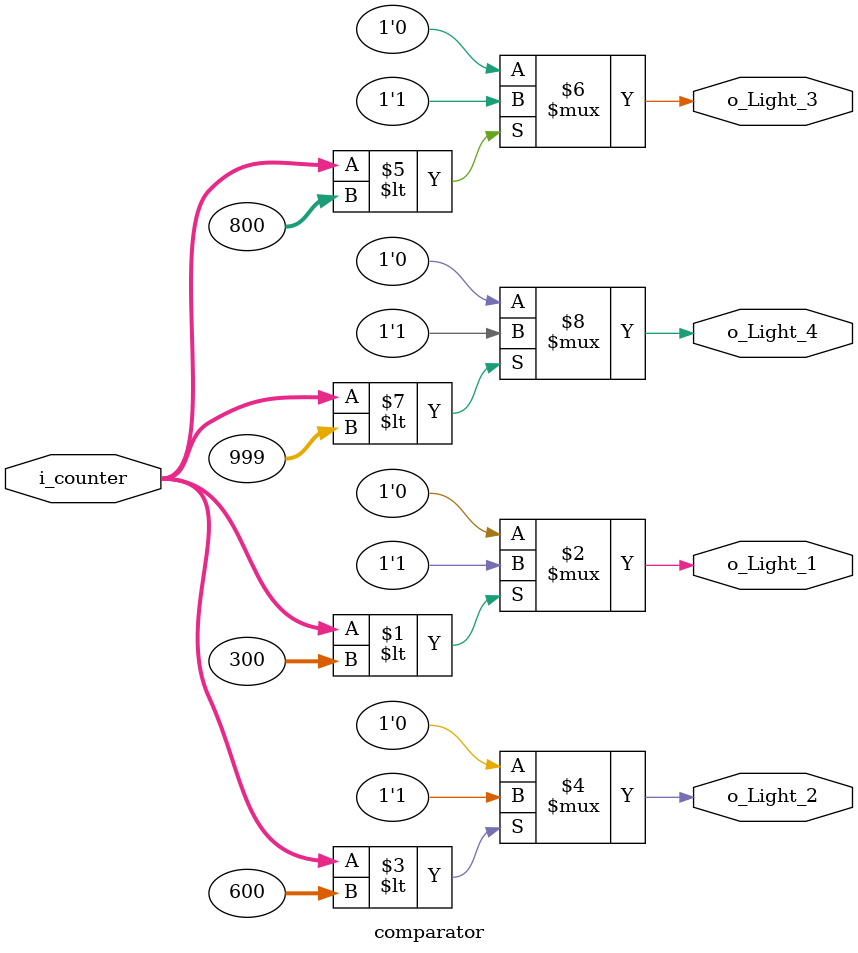
<source format=v>
`timescale 1ns / 1ps

module comparator(
    input [9:0] i_counter,
    output o_Light_1, o_Light_2, o_Light_3, o_Light_4
    );

    assign o_Light_1 = (i_counter < 300) ? 1'b1 : 1'b0; //300일때 1bit 1인가
    assign o_Light_2 = (i_counter < 600) ? 1'b1 : 1'b0;
    assign o_Light_3 = (i_counter < 800) ? 1'b1 : 1'b0;
    assign o_Light_4 = (i_counter < 999) ? 1'b1 : 1'b0;
    
endmodule
</source>
